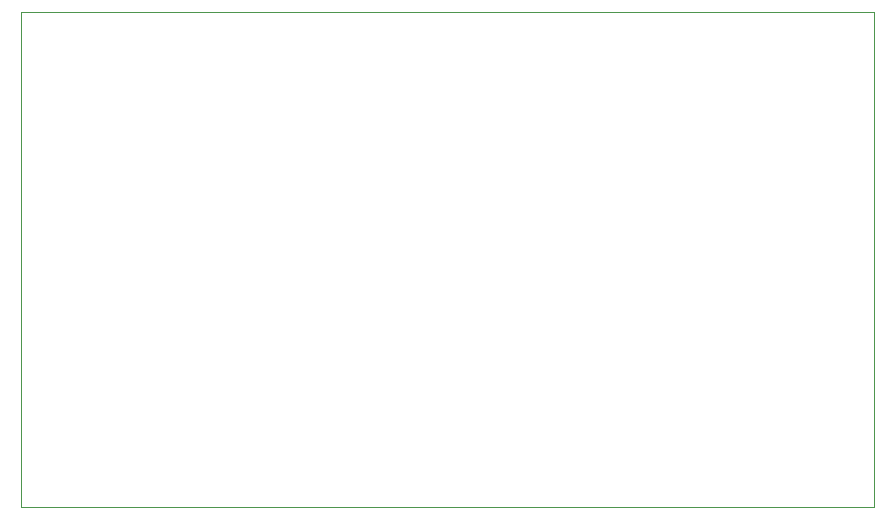
<source format=gbr>
%TF.GenerationSoftware,Altium Limited,Altium Designer,25.4.2 (15)*%
G04 Layer_Color=0*
%FSLAX45Y45*%
%MOMM*%
%TF.SameCoordinates,3CA1961E-9661-47C5-9BAE-CD2B19B8C498*%
%TF.FilePolarity,Positive*%
%TF.FileFunction,Profile,NP*%
%TF.Part,Single*%
G01*
G75*
%TA.AperFunction,Profile*%
%ADD87C,0.02540*%
D87*
X7890000Y4709023D02*
Y8900000D01*
X15110001D01*
Y4709023D01*
X7890000D01*
%TF.MD5,f7d1b0c564ff9d56ac1f269d8a035e1b*%
M02*

</source>
